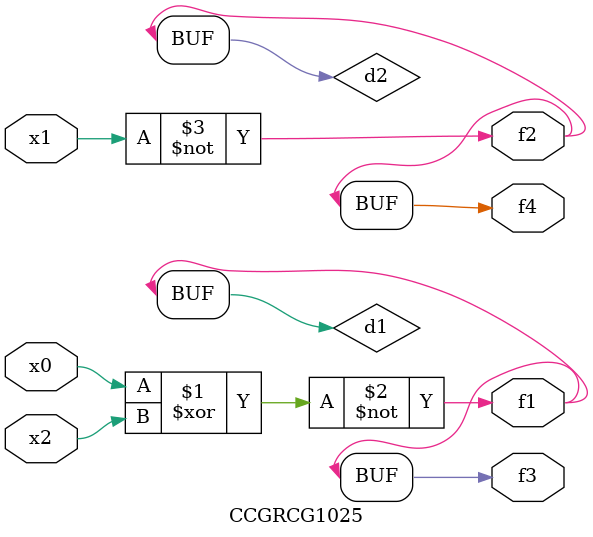
<source format=v>
module CCGRCG1025(
	input x0, x1, x2,
	output f1, f2, f3, f4
);

	wire d1, d2, d3;

	xnor (d1, x0, x2);
	nand (d2, x1);
	nor (d3, x1, x2);
	assign f1 = d1;
	assign f2 = d2;
	assign f3 = d1;
	assign f4 = d2;
endmodule

</source>
